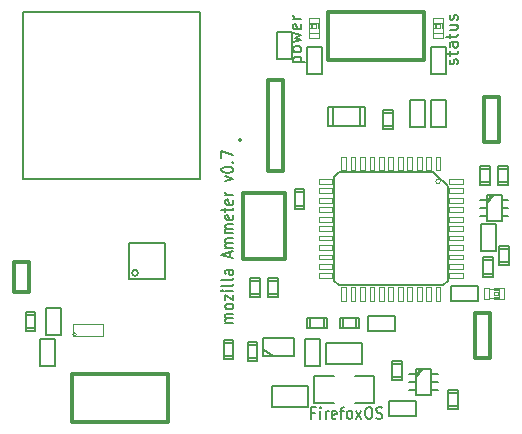
<source format=gto>
G04 (created by PCBNEW (2013-07-07 BZR 4022)-stable) date 3/23/2015 10:09:48 AM*
%MOIN*%
G04 Gerber Fmt 3.4, Leading zero omitted, Abs format*
%FSLAX34Y34*%
G01*
G70*
G90*
G04 APERTURE LIST*
%ADD10C,0.00590551*%
%ADD11C,0.00708661*%
%ADD12C,0.005*%
%ADD13C,0.012*%
%ADD14C,0.0026*%
%ADD15C,0.004*%
%ADD16C,0.00787402*%
%ADD17C,0.008*%
%ADD18C,4.72441e-006*%
%ADD19C,0.0031*%
G04 APERTURE END LIST*
G54D10*
G54D11*
X82016Y-78378D02*
X81898Y-78378D01*
X81898Y-78584D02*
X81898Y-78190D01*
X82066Y-78190D01*
X82201Y-78584D02*
X82201Y-78322D01*
X82201Y-78190D02*
X82185Y-78209D01*
X82201Y-78228D01*
X82218Y-78209D01*
X82201Y-78190D01*
X82201Y-78228D01*
X82370Y-78584D02*
X82370Y-78322D01*
X82370Y-78397D02*
X82387Y-78359D01*
X82404Y-78340D01*
X82438Y-78322D01*
X82471Y-78322D01*
X82724Y-78565D02*
X82691Y-78584D01*
X82623Y-78584D01*
X82589Y-78565D01*
X82573Y-78528D01*
X82573Y-78378D01*
X82589Y-78340D01*
X82623Y-78322D01*
X82691Y-78322D01*
X82724Y-78340D01*
X82741Y-78378D01*
X82741Y-78415D01*
X82573Y-78453D01*
X82843Y-78322D02*
X82978Y-78322D01*
X82893Y-78584D02*
X82893Y-78247D01*
X82910Y-78209D01*
X82944Y-78190D01*
X82978Y-78190D01*
X83146Y-78584D02*
X83113Y-78565D01*
X83096Y-78547D01*
X83079Y-78509D01*
X83079Y-78397D01*
X83096Y-78359D01*
X83113Y-78340D01*
X83146Y-78322D01*
X83197Y-78322D01*
X83231Y-78340D01*
X83248Y-78359D01*
X83264Y-78397D01*
X83264Y-78509D01*
X83248Y-78547D01*
X83231Y-78565D01*
X83197Y-78584D01*
X83146Y-78584D01*
X83383Y-78584D02*
X83568Y-78322D01*
X83383Y-78322D02*
X83568Y-78584D01*
X83771Y-78190D02*
X83838Y-78190D01*
X83872Y-78209D01*
X83906Y-78247D01*
X83922Y-78322D01*
X83922Y-78453D01*
X83906Y-78528D01*
X83872Y-78565D01*
X83838Y-78584D01*
X83771Y-78584D01*
X83737Y-78565D01*
X83703Y-78528D01*
X83686Y-78453D01*
X83686Y-78322D01*
X83703Y-78247D01*
X83737Y-78209D01*
X83771Y-78190D01*
X84057Y-78565D02*
X84108Y-78584D01*
X84192Y-78584D01*
X84226Y-78565D01*
X84243Y-78547D01*
X84260Y-78509D01*
X84260Y-78472D01*
X84243Y-78434D01*
X84226Y-78415D01*
X84192Y-78397D01*
X84125Y-78378D01*
X84091Y-78359D01*
X84074Y-78340D01*
X84057Y-78303D01*
X84057Y-78265D01*
X84074Y-78228D01*
X84091Y-78209D01*
X84125Y-78190D01*
X84209Y-78190D01*
X84260Y-78209D01*
X79293Y-75390D02*
X79030Y-75390D01*
X79068Y-75390D02*
X79049Y-75374D01*
X79030Y-75340D01*
X79030Y-75289D01*
X79049Y-75255D01*
X79086Y-75239D01*
X79293Y-75239D01*
X79086Y-75239D02*
X79049Y-75222D01*
X79030Y-75188D01*
X79030Y-75137D01*
X79049Y-75104D01*
X79086Y-75087D01*
X79293Y-75087D01*
X79293Y-74867D02*
X79274Y-74901D01*
X79255Y-74918D01*
X79218Y-74935D01*
X79105Y-74935D01*
X79068Y-74918D01*
X79049Y-74901D01*
X79030Y-74867D01*
X79030Y-74817D01*
X79049Y-74783D01*
X79068Y-74766D01*
X79105Y-74749D01*
X79218Y-74749D01*
X79255Y-74766D01*
X79274Y-74783D01*
X79293Y-74817D01*
X79293Y-74867D01*
X79030Y-74631D02*
X79030Y-74446D01*
X79293Y-74631D01*
X79293Y-74446D01*
X79293Y-74311D02*
X79030Y-74311D01*
X78899Y-74311D02*
X78918Y-74327D01*
X78937Y-74311D01*
X78918Y-74294D01*
X78899Y-74311D01*
X78937Y-74311D01*
X79293Y-74091D02*
X79274Y-74125D01*
X79236Y-74142D01*
X78899Y-74142D01*
X79293Y-73906D02*
X79274Y-73939D01*
X79236Y-73956D01*
X78899Y-73956D01*
X79293Y-73619D02*
X79086Y-73619D01*
X79049Y-73636D01*
X79030Y-73669D01*
X79030Y-73737D01*
X79049Y-73771D01*
X79274Y-73619D02*
X79293Y-73652D01*
X79293Y-73737D01*
X79274Y-73771D01*
X79236Y-73787D01*
X79199Y-73787D01*
X79161Y-73771D01*
X79143Y-73737D01*
X79143Y-73652D01*
X79124Y-73619D01*
X79180Y-73197D02*
X79180Y-73028D01*
X79293Y-73231D02*
X78899Y-73113D01*
X79293Y-72994D01*
X79293Y-72876D02*
X79030Y-72876D01*
X79068Y-72876D02*
X79049Y-72859D01*
X79030Y-72826D01*
X79030Y-72775D01*
X79049Y-72741D01*
X79086Y-72724D01*
X79293Y-72724D01*
X79086Y-72724D02*
X79049Y-72708D01*
X79030Y-72674D01*
X79030Y-72623D01*
X79049Y-72589D01*
X79086Y-72573D01*
X79293Y-72573D01*
X79293Y-72404D02*
X79030Y-72404D01*
X79068Y-72404D02*
X79049Y-72387D01*
X79030Y-72353D01*
X79030Y-72303D01*
X79049Y-72269D01*
X79086Y-72252D01*
X79293Y-72252D01*
X79086Y-72252D02*
X79049Y-72235D01*
X79030Y-72201D01*
X79030Y-72151D01*
X79049Y-72117D01*
X79086Y-72100D01*
X79293Y-72100D01*
X79274Y-71796D02*
X79293Y-71830D01*
X79293Y-71898D01*
X79274Y-71931D01*
X79236Y-71948D01*
X79086Y-71948D01*
X79049Y-71931D01*
X79030Y-71898D01*
X79030Y-71830D01*
X79049Y-71796D01*
X79086Y-71780D01*
X79124Y-71780D01*
X79161Y-71948D01*
X79030Y-71678D02*
X79030Y-71543D01*
X78899Y-71628D02*
X79236Y-71628D01*
X79274Y-71611D01*
X79293Y-71577D01*
X79293Y-71543D01*
X79274Y-71290D02*
X79293Y-71324D01*
X79293Y-71392D01*
X79274Y-71425D01*
X79236Y-71442D01*
X79086Y-71442D01*
X79049Y-71425D01*
X79030Y-71392D01*
X79030Y-71324D01*
X79049Y-71290D01*
X79086Y-71273D01*
X79124Y-71273D01*
X79161Y-71442D01*
X79293Y-71122D02*
X79030Y-71122D01*
X79105Y-71122D02*
X79068Y-71105D01*
X79049Y-71088D01*
X79030Y-71054D01*
X79030Y-71020D01*
X79030Y-70666D02*
X79293Y-70582D01*
X79030Y-70497D01*
X78899Y-70295D02*
X78899Y-70261D01*
X78918Y-70227D01*
X78937Y-70210D01*
X78974Y-70194D01*
X79049Y-70177D01*
X79143Y-70177D01*
X79218Y-70194D01*
X79255Y-70210D01*
X79274Y-70227D01*
X79293Y-70261D01*
X79293Y-70295D01*
X79274Y-70329D01*
X79255Y-70345D01*
X79218Y-70362D01*
X79143Y-70379D01*
X79049Y-70379D01*
X78974Y-70362D01*
X78937Y-70345D01*
X78918Y-70329D01*
X78899Y-70295D01*
X79255Y-70025D02*
X79274Y-70008D01*
X79293Y-70025D01*
X79274Y-70042D01*
X79255Y-70025D01*
X79293Y-70025D01*
X78899Y-69890D02*
X78899Y-69654D01*
X79293Y-69805D01*
X86754Y-66769D02*
X86773Y-66732D01*
X86773Y-66657D01*
X86754Y-66619D01*
X86717Y-66601D01*
X86698Y-66601D01*
X86661Y-66619D01*
X86642Y-66657D01*
X86642Y-66713D01*
X86623Y-66751D01*
X86586Y-66769D01*
X86567Y-66769D01*
X86529Y-66751D01*
X86511Y-66713D01*
X86511Y-66657D01*
X86529Y-66619D01*
X86511Y-66488D02*
X86511Y-66338D01*
X86379Y-66432D02*
X86717Y-66432D01*
X86754Y-66413D01*
X86773Y-66376D01*
X86773Y-66338D01*
X86773Y-66038D02*
X86567Y-66038D01*
X86529Y-66057D01*
X86511Y-66094D01*
X86511Y-66169D01*
X86529Y-66207D01*
X86754Y-66038D02*
X86773Y-66076D01*
X86773Y-66169D01*
X86754Y-66207D01*
X86717Y-66226D01*
X86679Y-66226D01*
X86642Y-66207D01*
X86623Y-66169D01*
X86623Y-66076D01*
X86604Y-66038D01*
X86511Y-65907D02*
X86511Y-65757D01*
X86379Y-65851D02*
X86717Y-65851D01*
X86754Y-65832D01*
X86773Y-65794D01*
X86773Y-65757D01*
X86511Y-65457D02*
X86773Y-65457D01*
X86511Y-65626D02*
X86717Y-65626D01*
X86754Y-65607D01*
X86773Y-65569D01*
X86773Y-65513D01*
X86754Y-65476D01*
X86736Y-65457D01*
X86754Y-65288D02*
X86773Y-65251D01*
X86773Y-65176D01*
X86754Y-65138D01*
X86717Y-65119D01*
X86698Y-65119D01*
X86661Y-65138D01*
X86642Y-65176D01*
X86642Y-65232D01*
X86623Y-65269D01*
X86586Y-65288D01*
X86567Y-65288D01*
X86529Y-65269D01*
X86511Y-65232D01*
X86511Y-65176D01*
X86529Y-65138D01*
X81294Y-66704D02*
X81688Y-66704D01*
X81313Y-66704D02*
X81294Y-66666D01*
X81294Y-66591D01*
X81313Y-66554D01*
X81332Y-66535D01*
X81369Y-66516D01*
X81482Y-66516D01*
X81519Y-66535D01*
X81538Y-66554D01*
X81556Y-66591D01*
X81556Y-66666D01*
X81538Y-66704D01*
X81556Y-66291D02*
X81538Y-66329D01*
X81519Y-66347D01*
X81482Y-66366D01*
X81369Y-66366D01*
X81332Y-66347D01*
X81313Y-66329D01*
X81294Y-66291D01*
X81294Y-66235D01*
X81313Y-66197D01*
X81332Y-66179D01*
X81369Y-66160D01*
X81482Y-66160D01*
X81519Y-66179D01*
X81538Y-66197D01*
X81556Y-66235D01*
X81556Y-66291D01*
X81294Y-66029D02*
X81556Y-65954D01*
X81369Y-65879D01*
X81556Y-65804D01*
X81294Y-65729D01*
X81538Y-65429D02*
X81556Y-65466D01*
X81556Y-65541D01*
X81538Y-65579D01*
X81500Y-65598D01*
X81350Y-65598D01*
X81313Y-65579D01*
X81294Y-65541D01*
X81294Y-65466D01*
X81313Y-65429D01*
X81350Y-65410D01*
X81388Y-65410D01*
X81425Y-65598D01*
X81556Y-65241D02*
X81294Y-65241D01*
X81369Y-65241D02*
X81332Y-65223D01*
X81313Y-65204D01*
X81294Y-65166D01*
X81294Y-65129D01*
G54D12*
X81992Y-77148D02*
X81992Y-78048D01*
X81992Y-78048D02*
X82642Y-78048D01*
X83342Y-77148D02*
X83992Y-77148D01*
X83992Y-77148D02*
X83992Y-78048D01*
X83992Y-78048D02*
X83342Y-78048D01*
X82642Y-77148D02*
X81992Y-77148D01*
X82238Y-66183D02*
X82238Y-67083D01*
X82238Y-67083D02*
X81738Y-67083D01*
X81738Y-67083D02*
X81738Y-66183D01*
X81738Y-66183D02*
X82238Y-66183D01*
X82198Y-75927D02*
X82198Y-76827D01*
X82198Y-76827D02*
X81698Y-76827D01*
X81698Y-76827D02*
X81698Y-75927D01*
X81698Y-75927D02*
X82198Y-75927D01*
X87457Y-74659D02*
X86557Y-74659D01*
X86557Y-74659D02*
X86557Y-74159D01*
X86557Y-74159D02*
X87457Y-74159D01*
X87457Y-74159D02*
X87457Y-74659D01*
X88045Y-72089D02*
X88045Y-72989D01*
X88045Y-72989D02*
X87545Y-72989D01*
X87545Y-72989D02*
X87545Y-72089D01*
X87545Y-72089D02*
X88045Y-72089D01*
X83801Y-75143D02*
X84701Y-75143D01*
X84701Y-75143D02*
X84701Y-75643D01*
X84701Y-75643D02*
X83801Y-75643D01*
X83801Y-75643D02*
X83801Y-75143D01*
X86372Y-66183D02*
X86372Y-67083D01*
X86372Y-67083D02*
X85872Y-67083D01*
X85872Y-67083D02*
X85872Y-66183D01*
X85872Y-66183D02*
X86372Y-66183D01*
X86372Y-67955D02*
X86372Y-68855D01*
X86372Y-68855D02*
X85872Y-68855D01*
X85872Y-68855D02*
X85872Y-67955D01*
X85872Y-67955D02*
X86372Y-67955D01*
X85683Y-67955D02*
X85683Y-68855D01*
X85683Y-68855D02*
X85183Y-68855D01*
X85183Y-68855D02*
X85183Y-67955D01*
X85183Y-67955D02*
X85683Y-67955D01*
X80753Y-66591D02*
X80753Y-65691D01*
X80753Y-65691D02*
X81253Y-65691D01*
X81253Y-65691D02*
X81253Y-66591D01*
X81253Y-66591D02*
X80753Y-66591D01*
G54D13*
X88143Y-69344D02*
X88143Y-67844D01*
X88143Y-67844D02*
X87643Y-67844D01*
X87643Y-67844D02*
X87643Y-69344D01*
X87643Y-69344D02*
X88143Y-69344D01*
X87348Y-75045D02*
X87348Y-76545D01*
X87348Y-76545D02*
X87848Y-76545D01*
X87848Y-76545D02*
X87848Y-75045D01*
X87848Y-75045D02*
X87348Y-75045D01*
G54D12*
X88247Y-71555D02*
X88467Y-71555D01*
X87737Y-71380D02*
X87997Y-71120D01*
X87737Y-71320D02*
X87932Y-71120D01*
X88247Y-71810D02*
X88467Y-71810D01*
X88247Y-71300D02*
X88467Y-71300D01*
X87737Y-71555D02*
X87517Y-71555D01*
X87737Y-71810D02*
X87517Y-71810D01*
X87737Y-71300D02*
X87517Y-71300D01*
X88247Y-71120D02*
X88247Y-71990D01*
X88247Y-71990D02*
X87737Y-71990D01*
X87737Y-71990D02*
X87737Y-71120D01*
X87737Y-71120D02*
X88247Y-71120D01*
X85884Y-77362D02*
X86104Y-77362D01*
X85374Y-77187D02*
X85634Y-76927D01*
X85374Y-77127D02*
X85569Y-76927D01*
X85884Y-77617D02*
X86104Y-77617D01*
X85884Y-77107D02*
X86104Y-77107D01*
X85374Y-77362D02*
X85154Y-77362D01*
X85374Y-77617D02*
X85154Y-77617D01*
X85374Y-77107D02*
X85154Y-77107D01*
X85884Y-76927D02*
X85884Y-77797D01*
X85884Y-77797D02*
X85374Y-77797D01*
X85374Y-77797D02*
X85374Y-76927D01*
X85374Y-76927D02*
X85884Y-76927D01*
G54D14*
X85945Y-65374D02*
X86299Y-65374D01*
X86299Y-65374D02*
X86299Y-65217D01*
X85945Y-65217D02*
X86299Y-65217D01*
X85945Y-65374D02*
X85945Y-65217D01*
X85945Y-65885D02*
X86299Y-65885D01*
X86299Y-65885D02*
X86299Y-65728D01*
X85945Y-65728D02*
X86299Y-65728D01*
X85945Y-65885D02*
X85945Y-65728D01*
X85945Y-65551D02*
X86004Y-65551D01*
X86004Y-65551D02*
X86004Y-65433D01*
X85945Y-65433D02*
X86004Y-65433D01*
X85945Y-65551D02*
X85945Y-65433D01*
X86240Y-65551D02*
X86299Y-65551D01*
X86299Y-65551D02*
X86299Y-65433D01*
X86240Y-65433D02*
X86299Y-65433D01*
X86240Y-65551D02*
X86240Y-65433D01*
X86063Y-65551D02*
X86181Y-65551D01*
X86181Y-65551D02*
X86181Y-65433D01*
X86063Y-65433D02*
X86181Y-65433D01*
X86063Y-65551D02*
X86063Y-65433D01*
G54D15*
X85965Y-65374D02*
X85965Y-65728D01*
X86279Y-65374D02*
X86279Y-65728D01*
G54D14*
X88169Y-74232D02*
X88169Y-74586D01*
X88169Y-74586D02*
X88326Y-74586D01*
X88326Y-74232D02*
X88326Y-74586D01*
X88169Y-74232D02*
X88326Y-74232D01*
X87658Y-74232D02*
X87658Y-74586D01*
X87658Y-74586D02*
X87815Y-74586D01*
X87815Y-74232D02*
X87815Y-74586D01*
X87658Y-74232D02*
X87815Y-74232D01*
X87992Y-74232D02*
X87992Y-74291D01*
X87992Y-74291D02*
X88110Y-74291D01*
X88110Y-74232D02*
X88110Y-74291D01*
X87992Y-74232D02*
X88110Y-74232D01*
X87992Y-74527D02*
X87992Y-74586D01*
X87992Y-74586D02*
X88110Y-74586D01*
X88110Y-74527D02*
X88110Y-74586D01*
X87992Y-74527D02*
X88110Y-74527D01*
X87992Y-74350D02*
X87992Y-74468D01*
X87992Y-74468D02*
X88110Y-74468D01*
X88110Y-74350D02*
X88110Y-74468D01*
X87992Y-74350D02*
X88110Y-74350D01*
G54D15*
X88169Y-74252D02*
X87815Y-74252D01*
X88169Y-74566D02*
X87815Y-74566D01*
G54D14*
X81811Y-65374D02*
X82165Y-65374D01*
X82165Y-65374D02*
X82165Y-65217D01*
X81811Y-65217D02*
X82165Y-65217D01*
X81811Y-65374D02*
X81811Y-65217D01*
X81811Y-65885D02*
X82165Y-65885D01*
X82165Y-65885D02*
X82165Y-65728D01*
X81811Y-65728D02*
X82165Y-65728D01*
X81811Y-65885D02*
X81811Y-65728D01*
X81811Y-65551D02*
X81870Y-65551D01*
X81870Y-65551D02*
X81870Y-65433D01*
X81811Y-65433D02*
X81870Y-65433D01*
X81811Y-65551D02*
X81811Y-65433D01*
X82106Y-65551D02*
X82165Y-65551D01*
X82165Y-65551D02*
X82165Y-65433D01*
X82106Y-65433D02*
X82165Y-65433D01*
X82106Y-65551D02*
X82106Y-65433D01*
X81929Y-65551D02*
X82047Y-65551D01*
X82047Y-65551D02*
X82047Y-65433D01*
X81929Y-65433D02*
X82047Y-65433D01*
X81929Y-65551D02*
X81929Y-65433D01*
G54D15*
X81831Y-65374D02*
X81831Y-65728D01*
X82145Y-65374D02*
X82145Y-65728D01*
G54D13*
X81014Y-73245D02*
X81014Y-71045D01*
X81014Y-71045D02*
X79614Y-71045D01*
X79614Y-71045D02*
X79614Y-73245D01*
X79614Y-73245D02*
X81014Y-73245D01*
G54D12*
X82620Y-68183D02*
X82620Y-68823D01*
X83520Y-68823D02*
X83520Y-68183D01*
X83700Y-68823D02*
X83700Y-68183D01*
X83700Y-68183D02*
X82440Y-68183D01*
X82440Y-68183D02*
X82440Y-68823D01*
X82440Y-68823D02*
X83700Y-68823D01*
X86454Y-78172D02*
X86774Y-78172D01*
X86764Y-77732D02*
X86454Y-77732D01*
X86774Y-77632D02*
X86774Y-78272D01*
X86774Y-78272D02*
X86454Y-78272D01*
X86454Y-78272D02*
X86454Y-77632D01*
X86454Y-77632D02*
X86774Y-77632D01*
X88447Y-70252D02*
X88127Y-70252D01*
X88137Y-70692D02*
X88447Y-70692D01*
X88127Y-70792D02*
X88127Y-70152D01*
X88127Y-70152D02*
X88447Y-70152D01*
X88447Y-70152D02*
X88447Y-70792D01*
X88447Y-70792D02*
X88127Y-70792D01*
X81336Y-71479D02*
X81656Y-71479D01*
X81646Y-71039D02*
X81336Y-71039D01*
X81656Y-70939D02*
X81656Y-71579D01*
X81656Y-71579D02*
X81336Y-71579D01*
X81336Y-71579D02*
X81336Y-70939D01*
X81336Y-70939D02*
X81656Y-70939D01*
X79293Y-76059D02*
X78973Y-76059D01*
X78983Y-76499D02*
X79293Y-76499D01*
X78973Y-76599D02*
X78973Y-75959D01*
X78973Y-75959D02*
X79293Y-75959D01*
X79293Y-75959D02*
X79293Y-76599D01*
X79293Y-76599D02*
X78973Y-76599D01*
X87955Y-73303D02*
X87635Y-73303D01*
X87645Y-73743D02*
X87955Y-73743D01*
X87635Y-73843D02*
X87635Y-73203D01*
X87635Y-73203D02*
X87955Y-73203D01*
X87955Y-73203D02*
X87955Y-73843D01*
X87955Y-73843D02*
X87635Y-73843D01*
X82306Y-75553D02*
X82306Y-75233D01*
X81866Y-75243D02*
X81866Y-75553D01*
X81766Y-75233D02*
X82406Y-75233D01*
X82406Y-75233D02*
X82406Y-75553D01*
X82406Y-75553D02*
X81766Y-75553D01*
X81766Y-75553D02*
X81766Y-75233D01*
X79859Y-74432D02*
X80179Y-74432D01*
X80169Y-73992D02*
X79859Y-73992D01*
X80179Y-73892D02*
X80179Y-74532D01*
X80179Y-74532D02*
X79859Y-74532D01*
X79859Y-74532D02*
X79859Y-73892D01*
X79859Y-73892D02*
X80179Y-73892D01*
X84288Y-68822D02*
X84608Y-68822D01*
X84598Y-68382D02*
X84288Y-68382D01*
X84608Y-68282D02*
X84608Y-68922D01*
X84608Y-68922D02*
X84288Y-68922D01*
X84288Y-68922D02*
X84288Y-68282D01*
X84288Y-68282D02*
X84608Y-68282D01*
X80450Y-74432D02*
X80770Y-74432D01*
X80760Y-73992D02*
X80450Y-73992D01*
X80770Y-73892D02*
X80770Y-74532D01*
X80770Y-74532D02*
X80450Y-74532D01*
X80450Y-74532D02*
X80450Y-73892D01*
X80450Y-73892D02*
X80770Y-73892D01*
X80100Y-76118D02*
X79780Y-76118D01*
X79790Y-76558D02*
X80100Y-76558D01*
X79780Y-76658D02*
X79780Y-76018D01*
X79780Y-76018D02*
X80100Y-76018D01*
X80100Y-76018D02*
X80100Y-76658D01*
X80100Y-76658D02*
X79780Y-76658D01*
X84584Y-77188D02*
X84904Y-77188D01*
X84894Y-76748D02*
X84584Y-76748D01*
X84904Y-76648D02*
X84904Y-77288D01*
X84904Y-77288D02*
X84584Y-77288D01*
X84584Y-77288D02*
X84584Y-76648D01*
X84584Y-76648D02*
X84904Y-76648D01*
X88166Y-73349D02*
X88486Y-73349D01*
X88476Y-72909D02*
X88166Y-72909D01*
X88486Y-72809D02*
X88486Y-73449D01*
X88486Y-73449D02*
X88166Y-73449D01*
X88166Y-73449D02*
X88166Y-72809D01*
X88166Y-72809D02*
X88486Y-72809D01*
G54D13*
X80964Y-70334D02*
X80964Y-67303D01*
X80964Y-67303D02*
X80452Y-67303D01*
X80452Y-67303D02*
X80452Y-70334D01*
X80452Y-70334D02*
X80964Y-70334D01*
X79527Y-69291D02*
X79527Y-69291D01*
X79527Y-69291D02*
X79527Y-69291D01*
X79527Y-69291D02*
X79527Y-69291D01*
X79527Y-69291D02*
X79527Y-69291D01*
G54D12*
X84490Y-77998D02*
X85390Y-77998D01*
X85390Y-77998D02*
X85390Y-78498D01*
X85390Y-78498D02*
X84490Y-78498D01*
X84490Y-78498D02*
X84490Y-77998D01*
G54D16*
X86437Y-73976D02*
X86437Y-70826D01*
X86437Y-70826D02*
X85964Y-70354D01*
X85964Y-70354D02*
X82814Y-70354D01*
G54D14*
X86043Y-69843D02*
X86043Y-70296D01*
X86043Y-70296D02*
X86200Y-70296D01*
X86200Y-69843D02*
X86200Y-70296D01*
X86043Y-69843D02*
X86200Y-69843D01*
X85728Y-69843D02*
X85728Y-70296D01*
X85728Y-70296D02*
X85885Y-70296D01*
X85885Y-69843D02*
X85885Y-70296D01*
X85728Y-69843D02*
X85885Y-69843D01*
X85413Y-69843D02*
X85413Y-70296D01*
X85413Y-70296D02*
X85570Y-70296D01*
X85570Y-69843D02*
X85570Y-70296D01*
X85413Y-69843D02*
X85570Y-69843D01*
X85098Y-69843D02*
X85098Y-70296D01*
X85098Y-70296D02*
X85255Y-70296D01*
X85255Y-69843D02*
X85255Y-70296D01*
X85098Y-69843D02*
X85255Y-69843D01*
X84783Y-69843D02*
X84783Y-70296D01*
X84783Y-70296D02*
X84940Y-70296D01*
X84940Y-69843D02*
X84940Y-70296D01*
X84783Y-69843D02*
X84940Y-69843D01*
X84469Y-69843D02*
X84469Y-70296D01*
X84469Y-70296D02*
X84625Y-70296D01*
X84625Y-69843D02*
X84625Y-70296D01*
X84469Y-69843D02*
X84625Y-69843D01*
X84154Y-69843D02*
X84154Y-70296D01*
X84154Y-70296D02*
X84311Y-70296D01*
X84311Y-69843D02*
X84311Y-70296D01*
X84154Y-69843D02*
X84311Y-69843D01*
X83839Y-69843D02*
X83839Y-70296D01*
X83839Y-70296D02*
X83996Y-70296D01*
X83996Y-69843D02*
X83996Y-70296D01*
X83839Y-69843D02*
X83996Y-69843D01*
X83524Y-69843D02*
X83524Y-70296D01*
X83524Y-70296D02*
X83681Y-70296D01*
X83681Y-69843D02*
X83681Y-70296D01*
X83524Y-69843D02*
X83681Y-69843D01*
X83209Y-69843D02*
X83209Y-70296D01*
X83209Y-70296D02*
X83366Y-70296D01*
X83366Y-69843D02*
X83366Y-70296D01*
X83209Y-69843D02*
X83366Y-69843D01*
X82894Y-69843D02*
X82894Y-70296D01*
X82894Y-70296D02*
X83051Y-70296D01*
X83051Y-69843D02*
X83051Y-70296D01*
X82894Y-69843D02*
X83051Y-69843D01*
X82146Y-70591D02*
X82146Y-70748D01*
X82146Y-70748D02*
X82599Y-70748D01*
X82599Y-70591D02*
X82599Y-70748D01*
X82146Y-70591D02*
X82599Y-70591D01*
X82146Y-70906D02*
X82146Y-71063D01*
X82146Y-71063D02*
X82599Y-71063D01*
X82599Y-70906D02*
X82599Y-71063D01*
X82146Y-70906D02*
X82599Y-70906D01*
X82146Y-71221D02*
X82146Y-71378D01*
X82146Y-71378D02*
X82599Y-71378D01*
X82599Y-71221D02*
X82599Y-71378D01*
X82146Y-71221D02*
X82599Y-71221D01*
X82146Y-71536D02*
X82146Y-71693D01*
X82146Y-71693D02*
X82599Y-71693D01*
X82599Y-71536D02*
X82599Y-71693D01*
X82146Y-71536D02*
X82599Y-71536D01*
X82146Y-71851D02*
X82146Y-72008D01*
X82146Y-72008D02*
X82599Y-72008D01*
X82599Y-71851D02*
X82599Y-72008D01*
X82146Y-71851D02*
X82599Y-71851D01*
X82146Y-72166D02*
X82146Y-72322D01*
X82146Y-72322D02*
X82599Y-72322D01*
X82599Y-72166D02*
X82599Y-72322D01*
X82146Y-72166D02*
X82599Y-72166D01*
X82146Y-72480D02*
X82146Y-72637D01*
X82146Y-72637D02*
X82599Y-72637D01*
X82599Y-72480D02*
X82599Y-72637D01*
X82146Y-72480D02*
X82599Y-72480D01*
X82146Y-72795D02*
X82146Y-72952D01*
X82146Y-72952D02*
X82599Y-72952D01*
X82599Y-72795D02*
X82599Y-72952D01*
X82146Y-72795D02*
X82599Y-72795D01*
X82146Y-73110D02*
X82146Y-73267D01*
X82146Y-73267D02*
X82599Y-73267D01*
X82599Y-73110D02*
X82599Y-73267D01*
X82146Y-73110D02*
X82599Y-73110D01*
X82146Y-73425D02*
X82146Y-73582D01*
X82146Y-73582D02*
X82599Y-73582D01*
X82599Y-73425D02*
X82599Y-73582D01*
X82146Y-73425D02*
X82599Y-73425D01*
X82146Y-73740D02*
X82146Y-73897D01*
X82146Y-73897D02*
X82599Y-73897D01*
X82599Y-73740D02*
X82599Y-73897D01*
X82146Y-73740D02*
X82599Y-73740D01*
X82894Y-74192D02*
X82894Y-74645D01*
X82894Y-74645D02*
X83051Y-74645D01*
X83051Y-74192D02*
X83051Y-74645D01*
X82894Y-74192D02*
X83051Y-74192D01*
X83209Y-74192D02*
X83209Y-74645D01*
X83209Y-74645D02*
X83366Y-74645D01*
X83366Y-74192D02*
X83366Y-74645D01*
X83209Y-74192D02*
X83366Y-74192D01*
X83524Y-74192D02*
X83524Y-74645D01*
X83524Y-74645D02*
X83681Y-74645D01*
X83681Y-74192D02*
X83681Y-74645D01*
X83524Y-74192D02*
X83681Y-74192D01*
X83839Y-74192D02*
X83839Y-74645D01*
X83839Y-74645D02*
X83996Y-74645D01*
X83996Y-74192D02*
X83996Y-74645D01*
X83839Y-74192D02*
X83996Y-74192D01*
X84154Y-74192D02*
X84154Y-74645D01*
X84154Y-74645D02*
X84311Y-74645D01*
X84311Y-74192D02*
X84311Y-74645D01*
X84154Y-74192D02*
X84311Y-74192D01*
X84469Y-74192D02*
X84469Y-74645D01*
X84469Y-74645D02*
X84625Y-74645D01*
X84625Y-74192D02*
X84625Y-74645D01*
X84469Y-74192D02*
X84625Y-74192D01*
X84783Y-74192D02*
X84783Y-74645D01*
X84783Y-74645D02*
X84940Y-74645D01*
X84940Y-74192D02*
X84940Y-74645D01*
X84783Y-74192D02*
X84940Y-74192D01*
X85098Y-74192D02*
X85098Y-74645D01*
X85098Y-74645D02*
X85255Y-74645D01*
X85255Y-74192D02*
X85255Y-74645D01*
X85098Y-74192D02*
X85255Y-74192D01*
X85413Y-74192D02*
X85413Y-74645D01*
X85413Y-74645D02*
X85570Y-74645D01*
X85570Y-74192D02*
X85570Y-74645D01*
X85413Y-74192D02*
X85570Y-74192D01*
X85728Y-74192D02*
X85728Y-74645D01*
X85728Y-74645D02*
X85885Y-74645D01*
X85885Y-74192D02*
X85885Y-74645D01*
X85728Y-74192D02*
X85885Y-74192D01*
X86043Y-74192D02*
X86043Y-74645D01*
X86043Y-74645D02*
X86200Y-74645D01*
X86200Y-74192D02*
X86200Y-74645D01*
X86043Y-74192D02*
X86200Y-74192D01*
X86495Y-73740D02*
X86495Y-73897D01*
X86495Y-73897D02*
X86948Y-73897D01*
X86948Y-73740D02*
X86948Y-73897D01*
X86495Y-73740D02*
X86948Y-73740D01*
X86495Y-73425D02*
X86495Y-73582D01*
X86495Y-73582D02*
X86948Y-73582D01*
X86948Y-73425D02*
X86948Y-73582D01*
X86495Y-73425D02*
X86948Y-73425D01*
X86495Y-73110D02*
X86495Y-73267D01*
X86495Y-73267D02*
X86948Y-73267D01*
X86948Y-73110D02*
X86948Y-73267D01*
X86495Y-73110D02*
X86948Y-73110D01*
X86495Y-72795D02*
X86495Y-72952D01*
X86495Y-72952D02*
X86948Y-72952D01*
X86948Y-72795D02*
X86948Y-72952D01*
X86495Y-72795D02*
X86948Y-72795D01*
X86495Y-72480D02*
X86495Y-72637D01*
X86495Y-72637D02*
X86948Y-72637D01*
X86948Y-72480D02*
X86948Y-72637D01*
X86495Y-72480D02*
X86948Y-72480D01*
X86495Y-72166D02*
X86495Y-72322D01*
X86495Y-72322D02*
X86948Y-72322D01*
X86948Y-72166D02*
X86948Y-72322D01*
X86495Y-72166D02*
X86948Y-72166D01*
X86495Y-71851D02*
X86495Y-72008D01*
X86495Y-72008D02*
X86948Y-72008D01*
X86948Y-71851D02*
X86948Y-72008D01*
X86495Y-71851D02*
X86948Y-71851D01*
X86495Y-71536D02*
X86495Y-71693D01*
X86495Y-71693D02*
X86948Y-71693D01*
X86948Y-71536D02*
X86948Y-71693D01*
X86495Y-71536D02*
X86948Y-71536D01*
X86495Y-71221D02*
X86495Y-71378D01*
X86495Y-71378D02*
X86948Y-71378D01*
X86948Y-71221D02*
X86948Y-71378D01*
X86495Y-71221D02*
X86948Y-71221D01*
X86495Y-70906D02*
X86495Y-71063D01*
X86495Y-71063D02*
X86948Y-71063D01*
X86948Y-70906D02*
X86948Y-71063D01*
X86495Y-70906D02*
X86948Y-70906D01*
X86495Y-70591D02*
X86495Y-70748D01*
X86495Y-70748D02*
X86948Y-70748D01*
X86948Y-70591D02*
X86948Y-70748D01*
X86495Y-70591D02*
X86948Y-70591D01*
G54D17*
X86436Y-73976D02*
X86279Y-74133D01*
X86279Y-74133D02*
X82815Y-74133D01*
X82815Y-74133D02*
X82658Y-73976D01*
X82658Y-73976D02*
X82658Y-70512D01*
X82658Y-70512D02*
X82815Y-70355D01*
G54D18*
X86199Y-70670D02*
G75*
G03X86199Y-70670I-77J0D01*
G74*
G01*
G54D12*
X82949Y-75233D02*
X82949Y-75553D01*
X83389Y-75543D02*
X83389Y-75233D01*
X83489Y-75553D02*
X82849Y-75553D01*
X82849Y-75553D02*
X82849Y-75233D01*
X82849Y-75233D02*
X83489Y-75233D01*
X83489Y-75233D02*
X83489Y-75553D01*
G54D13*
X85655Y-65033D02*
X82455Y-65033D01*
X82455Y-65033D02*
X82455Y-66633D01*
X82455Y-66633D02*
X85655Y-66633D01*
X85655Y-66633D02*
X85655Y-65033D01*
G54D12*
X87517Y-70692D02*
X87837Y-70692D01*
X87827Y-70252D02*
X87517Y-70252D01*
X87837Y-70152D02*
X87837Y-70792D01*
X87837Y-70792D02*
X87517Y-70792D01*
X87517Y-70792D02*
X87517Y-70152D01*
X87517Y-70152D02*
X87837Y-70152D01*
X72286Y-70587D02*
X72286Y-65037D01*
X78186Y-65037D02*
X78186Y-70587D01*
X72286Y-70587D02*
X78186Y-70587D01*
X72286Y-65037D02*
X78186Y-65037D01*
X72860Y-76808D02*
X72860Y-75908D01*
X72860Y-75908D02*
X73360Y-75908D01*
X73360Y-75908D02*
X73360Y-76808D01*
X73360Y-76808D02*
X72860Y-76808D01*
G54D19*
X74068Y-75767D02*
G75*
G03X74068Y-75767I-62J0D01*
G74*
G01*
X74968Y-75429D02*
X74968Y-75829D01*
X73943Y-75429D02*
X73943Y-75829D01*
X74968Y-75829D02*
X73943Y-75829D01*
X73943Y-75429D02*
X74968Y-75429D01*
G54D13*
X73931Y-78686D02*
X77131Y-78686D01*
X77131Y-78686D02*
X77131Y-77086D01*
X77131Y-77086D02*
X73931Y-77086D01*
X73931Y-77086D02*
X73931Y-78686D01*
G54D17*
X76120Y-73717D02*
G75*
G03X76120Y-73717I-100J0D01*
G74*
G01*
X77020Y-73917D02*
X75820Y-73917D01*
X75820Y-73917D02*
X75820Y-72717D01*
X75820Y-72717D02*
X77020Y-72717D01*
X77020Y-72717D02*
X77020Y-73917D01*
G54D12*
X73537Y-74884D02*
X73537Y-75784D01*
X73537Y-75784D02*
X73037Y-75784D01*
X73037Y-75784D02*
X73037Y-74884D01*
X73037Y-74884D02*
X73537Y-74884D01*
X72699Y-75114D02*
X72379Y-75114D01*
X72389Y-75554D02*
X72699Y-75554D01*
X72379Y-75654D02*
X72379Y-75014D01*
X72379Y-75014D02*
X72699Y-75014D01*
X72699Y-75014D02*
X72699Y-75654D01*
X72699Y-75654D02*
X72379Y-75654D01*
G54D13*
X71994Y-73372D02*
X71994Y-74370D01*
X71994Y-74370D02*
X72494Y-74370D01*
X72494Y-74370D02*
X72494Y-73372D01*
X72494Y-73372D02*
X71994Y-73372D01*
G54D12*
X80607Y-76481D02*
X80307Y-76281D01*
X81307Y-76481D02*
X80282Y-76481D01*
X80282Y-76481D02*
X80282Y-75881D01*
X80282Y-75881D02*
X81307Y-75881D01*
X81307Y-75881D02*
X81307Y-76481D01*
X82392Y-76747D02*
X82392Y-76047D01*
X82392Y-76047D02*
X83592Y-76047D01*
X83592Y-76047D02*
X83592Y-76747D01*
X83592Y-76747D02*
X82392Y-76747D01*
X81800Y-77504D02*
X81800Y-78204D01*
X81800Y-78204D02*
X80600Y-78204D01*
X80600Y-78204D02*
X80600Y-77504D01*
X80600Y-77504D02*
X81800Y-77504D01*
M02*

</source>
